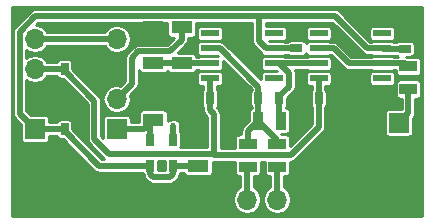
<source format=gbr>
G04 #@! TF.FileFunction,Copper,L1,Top,Signal*
%FSLAX46Y46*%
G04 Gerber Fmt 4.6, Leading zero omitted, Abs format (unit mm)*
G04 Created by KiCad (PCBNEW 4.0.7-e2-6376~60~ubuntu17.10.1) date Wed Nov 22 12:07:43 2017*
%MOMM*%
%LPD*%
G01*
G04 APERTURE LIST*
%ADD10C,0.100000*%
%ADD11R,1.800000X1.070000*%
%ADD12R,0.400000X0.350000*%
%ADD13R,0.670000X1.000000*%
%ADD14R,1.000000X0.670000*%
%ADD15R,1.700000X1.700000*%
%ADD16O,1.700000X1.700000*%
%ADD17R,1.500000X0.970000*%
%ADD18R,0.970000X1.500000*%
%ADD19R,1.550000X0.600000*%
%ADD20R,0.650000X1.060000*%
%ADD21C,0.600000*%
%ADD22C,0.500000*%
%ADD23C,0.254000*%
G04 APERTURE END LIST*
D10*
D11*
X110200000Y-108200000D03*
X110200000Y-105190000D03*
X111600000Y-116900000D03*
X111600000Y-113890000D03*
D12*
X109500000Y-113475000D03*
X109500000Y-112925000D03*
D11*
X107800000Y-113000000D03*
X107800000Y-109990000D03*
D13*
X100285464Y-113800000D03*
X102035464Y-113800000D03*
X100285464Y-108704414D03*
X102035464Y-108704414D03*
X118450000Y-111200000D03*
X116700000Y-111200000D03*
D14*
X129100000Y-105250000D03*
X129100000Y-107000000D03*
D13*
X123550000Y-111200000D03*
X121800000Y-111200000D03*
D14*
X119900000Y-105200000D03*
X119900000Y-106950000D03*
D13*
X114350000Y-111200000D03*
X112600000Y-111200000D03*
D15*
X128600000Y-113260000D03*
D16*
X128600000Y-115800000D03*
D15*
X104700000Y-113780000D03*
D16*
X104700000Y-111240000D03*
X104700000Y-108700000D03*
X104700000Y-106160000D03*
D15*
X113215163Y-119768751D03*
D16*
X115755163Y-119768751D03*
X118295163Y-119768751D03*
D15*
X97785464Y-113784414D03*
D16*
X97785464Y-111244414D03*
X97785464Y-108704414D03*
X97785464Y-106164414D03*
D11*
X107800000Y-105190000D03*
X107800000Y-108200000D03*
D17*
X129400000Y-108500000D03*
X129400000Y-110410000D03*
X118315163Y-116968751D03*
X118315163Y-115058751D03*
X115815163Y-116968751D03*
X115815163Y-115058751D03*
D18*
X116690000Y-113100000D03*
X118600000Y-113100000D03*
D19*
X112600000Y-105695000D03*
X112600000Y-106965000D03*
X112600000Y-108235000D03*
X112600000Y-109505000D03*
X118000000Y-109505000D03*
X118000000Y-108235000D03*
X118000000Y-106965000D03*
X118000000Y-105695000D03*
X121800000Y-105695000D03*
X121800000Y-106965000D03*
X121800000Y-108235000D03*
X121800000Y-109505000D03*
X127200000Y-109505000D03*
X127200000Y-108235000D03*
X127200000Y-106965000D03*
X127200000Y-105695000D03*
D20*
X107550000Y-116900000D03*
X108500000Y-116900000D03*
X109450000Y-116900000D03*
X109450000Y-114700000D03*
X107550000Y-114700000D03*
D21*
X108500000Y-116900000D03*
X119900000Y-105200000D03*
X114350000Y-111200000D03*
X129100000Y-105250000D03*
X123550000Y-111200000D03*
X111600000Y-113890000D03*
X107800000Y-109990000D03*
X107800000Y-105190000D03*
X102035464Y-108704414D03*
X102035464Y-113800000D03*
D22*
X107800000Y-108200000D02*
X110200000Y-108200000D01*
X112600000Y-108235000D02*
X110235000Y-108235000D01*
X110235000Y-108235000D02*
X110200000Y-108200000D01*
X104700000Y-111240000D02*
X106000001Y-109939999D01*
X106000001Y-109939999D02*
X106000001Y-107754997D01*
X106000001Y-107754997D02*
X106539999Y-107214999D01*
X106539999Y-107214999D02*
X109210001Y-107214999D01*
X109210001Y-107214999D02*
X110200000Y-106225000D01*
X110200000Y-106225000D02*
X110200000Y-105190000D01*
X107550000Y-116900000D02*
X107550000Y-117615002D01*
X107550000Y-117615002D02*
X107814999Y-117880001D01*
X107814999Y-117880001D02*
X109185001Y-117880001D01*
X109185001Y-117880001D02*
X109450000Y-117615002D01*
X109450000Y-117615002D02*
X109450000Y-116900000D01*
X118000000Y-106965000D02*
X117384998Y-106965000D01*
X116774999Y-106355001D02*
X116774999Y-104230000D01*
X117384998Y-106965000D02*
X116774999Y-106355001D01*
X116774999Y-104230000D02*
X116800000Y-104204999D01*
X116800000Y-104204999D02*
X97820877Y-104204999D01*
X123164999Y-104204999D02*
X123660000Y-104700000D01*
X117184999Y-104204999D02*
X116800000Y-104204999D01*
X123660000Y-104700000D02*
X123374999Y-104414999D01*
X125925000Y-106965000D02*
X123660000Y-104700000D01*
X116800000Y-104204999D02*
X123164999Y-104204999D01*
X97820877Y-104204999D02*
X96485463Y-105540413D01*
X96485463Y-105540413D02*
X96485463Y-112484413D01*
X96485463Y-112484413D02*
X97785464Y-113784414D01*
X127200000Y-106965000D02*
X125925000Y-106965000D01*
X100285464Y-113800000D02*
X100285464Y-113965000D01*
X100285464Y-113965000D02*
X103220464Y-116900000D01*
X103220464Y-116900000D02*
X106725000Y-116900000D01*
X106725000Y-116900000D02*
X107550000Y-116900000D01*
X97785464Y-113784414D02*
X100269878Y-113784414D01*
X100269878Y-113784414D02*
X100285464Y-113800000D01*
X111600000Y-116900000D02*
X109450000Y-116900000D01*
X129100000Y-107000000D02*
X127235000Y-107000000D01*
X127235000Y-107000000D02*
X127200000Y-106965000D01*
X118000000Y-106965000D02*
X119885000Y-106965000D01*
X119885000Y-106965000D02*
X119900000Y-106950000D01*
X109450000Y-114700000D02*
X109450000Y-113600001D01*
X109450000Y-113600001D02*
X109500000Y-113550001D01*
X104700000Y-113780000D02*
X107020000Y-113780000D01*
X107020000Y-113780000D02*
X107800000Y-113000000D01*
X107550000Y-114700000D02*
X107550000Y-113250000D01*
X107550000Y-113250000D02*
X107800000Y-113000000D01*
X112938754Y-115993752D02*
X112950001Y-115982505D01*
X112950001Y-115982505D02*
X112950001Y-112550001D01*
X112950001Y-112550001D02*
X112600000Y-112200000D01*
X112600000Y-112200000D02*
X112600000Y-111200000D01*
X121800000Y-109505000D02*
X121800000Y-113618916D01*
X102820465Y-111404415D02*
X100285464Y-108869414D01*
X121800000Y-113618916D02*
X119425164Y-115993752D01*
X119425164Y-115993752D02*
X112938754Y-115993752D01*
X112938754Y-115993752D02*
X112860001Y-115914999D01*
X112860001Y-115914999D02*
X104075463Y-115914999D01*
X104075463Y-115914999D02*
X102820465Y-114660001D01*
X102820465Y-114660001D02*
X102820465Y-111404415D01*
X100285464Y-108869414D02*
X100285464Y-108704414D01*
X97785464Y-108704414D02*
X100285464Y-108704414D01*
X112600000Y-111200000D02*
X112600000Y-109505000D01*
X121800000Y-109505000D02*
X121800000Y-111200000D01*
X118450000Y-111200000D02*
X118450000Y-111035000D01*
X118450000Y-111035000D02*
X119285000Y-110200000D01*
X119285000Y-110200000D02*
X119285000Y-109045000D01*
X119285000Y-109045000D02*
X118475000Y-108235000D01*
X118475000Y-108235000D02*
X118000000Y-108235000D01*
X118450000Y-111200000D02*
X118450000Y-112950000D01*
X118450000Y-112950000D02*
X118600000Y-113100000D01*
X118000000Y-108235000D02*
X121800000Y-108235000D01*
X115815163Y-115058751D02*
X115815163Y-113974837D01*
X115815163Y-113974837D02*
X116690000Y-113100000D01*
X118315163Y-115058751D02*
X118315163Y-114725163D01*
X118315163Y-114725163D02*
X116690000Y-113100000D01*
X116700000Y-111200000D02*
X116700000Y-110200000D01*
X116700000Y-110200000D02*
X113465000Y-106965000D01*
X113465000Y-106965000D02*
X112600000Y-106965000D01*
X116700000Y-111200000D02*
X116700000Y-113090000D01*
X116700000Y-113090000D02*
X116690000Y-113100000D01*
X129400000Y-110410000D02*
X129400000Y-112460000D01*
X129400000Y-112460000D02*
X128600000Y-113260000D01*
X97785464Y-106164414D02*
X104695586Y-106164414D01*
X104695586Y-106164414D02*
X104700000Y-106160000D01*
X97795464Y-106154414D02*
X97785464Y-106164414D01*
X115755163Y-119768751D02*
X115755163Y-117028751D01*
X115755163Y-117028751D02*
X115815163Y-116968751D01*
X118295163Y-119768751D02*
X118295163Y-116988751D01*
X118295163Y-116988751D02*
X118315163Y-116968751D01*
X127200000Y-108235000D02*
X129135000Y-108235000D01*
X129135000Y-108235000D02*
X129400000Y-108500000D01*
X121800000Y-106965000D02*
X123075000Y-106965000D01*
X123075000Y-106965000D02*
X124345000Y-108235000D01*
X125925000Y-108235000D02*
X127200000Y-108235000D01*
X124345000Y-108235000D02*
X125925000Y-108235000D01*
D23*
G36*
X130573000Y-121173000D02*
X95827000Y-121173000D01*
X95827000Y-105540413D01*
X95908462Y-105540413D01*
X95908463Y-105540418D01*
X95908463Y-112484408D01*
X95908462Y-112484413D01*
X95952385Y-112705221D01*
X96077462Y-112892414D01*
X96602058Y-113417010D01*
X96602058Y-114634414D01*
X96624859Y-114755593D01*
X96696476Y-114866888D01*
X96805750Y-114941552D01*
X96935464Y-114967820D01*
X98635464Y-114967820D01*
X98756643Y-114945019D01*
X98867938Y-114873402D01*
X98942602Y-114764128D01*
X98968870Y-114634414D01*
X98968870Y-114361414D01*
X99628614Y-114361414D01*
X99639859Y-114421179D01*
X99711476Y-114532474D01*
X99820750Y-114607138D01*
X99950464Y-114633406D01*
X100137868Y-114633406D01*
X102812461Y-117307998D01*
X102812463Y-117308001D01*
X102945290Y-117396752D01*
X102999656Y-117433078D01*
X103220464Y-117477001D01*
X103220469Y-117477000D01*
X106900438Y-117477000D01*
X106914395Y-117551179D01*
X106980845Y-117654444D01*
X107016922Y-117835810D01*
X107141999Y-118023003D01*
X107406996Y-118287999D01*
X107406998Y-118288002D01*
X107594191Y-118413079D01*
X107814999Y-118457001D01*
X109184996Y-118457001D01*
X109185001Y-118457002D01*
X109405809Y-118413079D01*
X109593002Y-118288002D01*
X109857998Y-118023005D01*
X109858001Y-118023003D01*
X109983078Y-117835810D01*
X110019870Y-117650846D01*
X110082138Y-117559714D01*
X110098888Y-117477000D01*
X110374497Y-117477000D01*
X110389395Y-117556179D01*
X110461012Y-117667474D01*
X110570286Y-117742138D01*
X110700000Y-117768406D01*
X112500000Y-117768406D01*
X112621179Y-117745605D01*
X112732474Y-117673988D01*
X112807138Y-117564714D01*
X112833406Y-117435000D01*
X112833406Y-116549797D01*
X112938754Y-116570753D01*
X112938759Y-116570752D01*
X114731757Y-116570752D01*
X114731757Y-117453751D01*
X114754558Y-117574930D01*
X114826175Y-117686225D01*
X114935449Y-117760889D01*
X115065163Y-117787157D01*
X115178163Y-117787157D01*
X115178163Y-118742865D01*
X114922898Y-118913427D01*
X114667757Y-119295274D01*
X114578163Y-119745692D01*
X114578163Y-119791810D01*
X114667757Y-120242228D01*
X114922898Y-120624075D01*
X115304745Y-120879216D01*
X115755163Y-120968810D01*
X116205581Y-120879216D01*
X116587428Y-120624075D01*
X116842569Y-120242228D01*
X116932163Y-119791810D01*
X116932163Y-119745692D01*
X116842569Y-119295274D01*
X116587428Y-118913427D01*
X116332163Y-118742865D01*
X116332163Y-117787157D01*
X116565163Y-117787157D01*
X116686342Y-117764356D01*
X116797637Y-117692739D01*
X116872301Y-117583465D01*
X116898569Y-117453751D01*
X116898569Y-116570752D01*
X117231757Y-116570752D01*
X117231757Y-117453751D01*
X117254558Y-117574930D01*
X117326175Y-117686225D01*
X117435449Y-117760889D01*
X117565163Y-117787157D01*
X117718163Y-117787157D01*
X117718163Y-118742865D01*
X117462898Y-118913427D01*
X117207757Y-119295274D01*
X117118163Y-119745692D01*
X117118163Y-119791810D01*
X117207757Y-120242228D01*
X117462898Y-120624075D01*
X117844745Y-120879216D01*
X118295163Y-120968810D01*
X118745581Y-120879216D01*
X119127428Y-120624075D01*
X119382569Y-120242228D01*
X119472163Y-119791810D01*
X119472163Y-119745692D01*
X119382569Y-119295274D01*
X119127428Y-118913427D01*
X118872163Y-118742865D01*
X118872163Y-117787157D01*
X119065163Y-117787157D01*
X119186342Y-117764356D01*
X119297637Y-117692739D01*
X119372301Y-117583465D01*
X119398569Y-117453751D01*
X119398569Y-116570752D01*
X119425159Y-116570752D01*
X119425164Y-116570753D01*
X119645972Y-116526830D01*
X119833165Y-116401753D01*
X122207998Y-114026919D01*
X122208001Y-114026917D01*
X122333078Y-113839724D01*
X122377000Y-113618916D01*
X122377000Y-112410000D01*
X127416594Y-112410000D01*
X127416594Y-114110000D01*
X127439395Y-114231179D01*
X127511012Y-114342474D01*
X127620286Y-114417138D01*
X127750000Y-114443406D01*
X129450000Y-114443406D01*
X129571179Y-114420605D01*
X129682474Y-114348988D01*
X129757138Y-114239714D01*
X129783406Y-114110000D01*
X129783406Y-112892596D01*
X129808001Y-112868001D01*
X129933078Y-112680808D01*
X129977001Y-112460000D01*
X129977000Y-112459995D01*
X129977000Y-111228406D01*
X130150000Y-111228406D01*
X130271179Y-111205605D01*
X130382474Y-111133988D01*
X130457138Y-111024714D01*
X130483406Y-110895000D01*
X130483406Y-109925000D01*
X130460605Y-109803821D01*
X130388988Y-109692526D01*
X130279714Y-109617862D01*
X130150000Y-109591594D01*
X128650000Y-109591594D01*
X128528821Y-109614395D01*
X128417526Y-109686012D01*
X128342862Y-109795286D01*
X128316594Y-109925000D01*
X128316594Y-110895000D01*
X128339395Y-111016179D01*
X128411012Y-111127474D01*
X128520286Y-111202138D01*
X128650000Y-111228406D01*
X128823000Y-111228406D01*
X128823000Y-112076594D01*
X127750000Y-112076594D01*
X127628821Y-112099395D01*
X127517526Y-112171012D01*
X127442862Y-112280286D01*
X127416594Y-112410000D01*
X122377000Y-112410000D01*
X122377000Y-111925046D01*
X122442138Y-111829714D01*
X122468406Y-111700000D01*
X122468406Y-110700000D01*
X122445605Y-110578821D01*
X122377000Y-110472207D01*
X122377000Y-110138406D01*
X122575000Y-110138406D01*
X122696179Y-110115605D01*
X122807474Y-110043988D01*
X122882138Y-109934714D01*
X122908406Y-109805000D01*
X122908406Y-109205000D01*
X126091594Y-109205000D01*
X126091594Y-109805000D01*
X126114395Y-109926179D01*
X126186012Y-110037474D01*
X126295286Y-110112138D01*
X126425000Y-110138406D01*
X127975000Y-110138406D01*
X128096179Y-110115605D01*
X128207474Y-110043988D01*
X128282138Y-109934714D01*
X128308406Y-109805000D01*
X128308406Y-109205000D01*
X128285605Y-109083821D01*
X128213988Y-108972526D01*
X128104714Y-108897862D01*
X127975000Y-108871594D01*
X126425000Y-108871594D01*
X126303821Y-108894395D01*
X126192526Y-108966012D01*
X126117862Y-109075286D01*
X126091594Y-109205000D01*
X122908406Y-109205000D01*
X122885605Y-109083821D01*
X122813988Y-108972526D01*
X122704714Y-108897862D01*
X122575000Y-108871594D01*
X121025000Y-108871594D01*
X120903821Y-108894395D01*
X120792526Y-108966012D01*
X120717862Y-109075286D01*
X120691594Y-109205000D01*
X120691594Y-109805000D01*
X120714395Y-109926179D01*
X120786012Y-110037474D01*
X120895286Y-110112138D01*
X121025000Y-110138406D01*
X121223000Y-110138406D01*
X121223000Y-110474954D01*
X121157862Y-110570286D01*
X121131594Y-110700000D01*
X121131594Y-111700000D01*
X121154395Y-111821179D01*
X121223000Y-111927793D01*
X121223000Y-113379915D01*
X119398569Y-115204345D01*
X119398569Y-114573751D01*
X119375768Y-114452572D01*
X119304151Y-114341277D01*
X119194877Y-114266613D01*
X119065163Y-114240345D01*
X118646346Y-114240345D01*
X118589407Y-114183406D01*
X119085000Y-114183406D01*
X119206179Y-114160605D01*
X119317474Y-114088988D01*
X119392138Y-113979714D01*
X119418406Y-113850000D01*
X119418406Y-112350000D01*
X119395605Y-112228821D01*
X119323988Y-112117526D01*
X119214714Y-112042862D01*
X119085000Y-112016594D01*
X119027000Y-112016594D01*
X119027000Y-111925046D01*
X119092138Y-111829714D01*
X119118406Y-111700000D01*
X119118406Y-111182596D01*
X119692998Y-110608003D01*
X119693001Y-110608001D01*
X119818078Y-110420808D01*
X119862000Y-110200000D01*
X119862000Y-109045005D01*
X119862001Y-109045000D01*
X119818078Y-108824192D01*
X119809932Y-108812000D01*
X120851178Y-108812000D01*
X120895286Y-108842138D01*
X121025000Y-108868406D01*
X122575000Y-108868406D01*
X122696179Y-108845605D01*
X122807474Y-108773988D01*
X122882138Y-108664714D01*
X122908406Y-108535000D01*
X122908406Y-107935000D01*
X122885605Y-107813821D01*
X122813988Y-107702526D01*
X122704714Y-107627862D01*
X122575000Y-107601594D01*
X121025000Y-107601594D01*
X120903821Y-107624395D01*
X120851598Y-107658000D01*
X118948822Y-107658000D01*
X118904714Y-107627862D01*
X118775000Y-107601594D01*
X117225000Y-107601594D01*
X117103821Y-107624395D01*
X116992526Y-107696012D01*
X116917862Y-107805286D01*
X116891594Y-107935000D01*
X116891594Y-108535000D01*
X116914395Y-108656179D01*
X116986012Y-108767474D01*
X117095286Y-108842138D01*
X117225000Y-108868406D01*
X118292404Y-108868406D01*
X118295592Y-108871594D01*
X117225000Y-108871594D01*
X117103821Y-108894395D01*
X116992526Y-108966012D01*
X116917862Y-109075286D01*
X116891594Y-109205000D01*
X116891594Y-109575592D01*
X113873001Y-106556999D01*
X113685808Y-106431922D01*
X113583245Y-106411520D01*
X113504714Y-106357862D01*
X113375000Y-106331594D01*
X111825000Y-106331594D01*
X111703821Y-106354395D01*
X111592526Y-106426012D01*
X111517862Y-106535286D01*
X111491594Y-106665000D01*
X111491594Y-107265000D01*
X111514395Y-107386179D01*
X111586012Y-107497474D01*
X111695286Y-107572138D01*
X111825000Y-107598406D01*
X113282404Y-107598406D01*
X113285592Y-107601594D01*
X111825000Y-107601594D01*
X111703821Y-107624395D01*
X111651598Y-107658000D01*
X111432089Y-107658000D01*
X111410605Y-107543821D01*
X111338988Y-107432526D01*
X111229714Y-107357862D01*
X111100000Y-107331594D01*
X109909408Y-107331594D01*
X110608001Y-106633001D01*
X110733078Y-106445808D01*
X110777001Y-106225000D01*
X110777000Y-106224995D01*
X110777000Y-106058406D01*
X111100000Y-106058406D01*
X111221179Y-106035605D01*
X111332474Y-105963988D01*
X111407138Y-105854714D01*
X111433406Y-105725000D01*
X111433406Y-105395000D01*
X111491594Y-105395000D01*
X111491594Y-105995000D01*
X111514395Y-106116179D01*
X111586012Y-106227474D01*
X111695286Y-106302138D01*
X111825000Y-106328406D01*
X113375000Y-106328406D01*
X113496179Y-106305605D01*
X113607474Y-106233988D01*
X113682138Y-106124714D01*
X113708406Y-105995000D01*
X113708406Y-105395000D01*
X113685605Y-105273821D01*
X113613988Y-105162526D01*
X113504714Y-105087862D01*
X113375000Y-105061594D01*
X111825000Y-105061594D01*
X111703821Y-105084395D01*
X111592526Y-105156012D01*
X111517862Y-105265286D01*
X111491594Y-105395000D01*
X111433406Y-105395000D01*
X111433406Y-104781999D01*
X116197999Y-104781999D01*
X116197999Y-106354996D01*
X116197998Y-106355001D01*
X116241921Y-106575809D01*
X116366998Y-106763002D01*
X116896832Y-107292836D01*
X116914395Y-107386179D01*
X116986012Y-107497474D01*
X117095286Y-107572138D01*
X117225000Y-107598406D01*
X118775000Y-107598406D01*
X118896179Y-107575605D01*
X118948402Y-107542000D01*
X119196907Y-107542000D01*
X119270286Y-107592138D01*
X119400000Y-107618406D01*
X120400000Y-107618406D01*
X120521179Y-107595605D01*
X120632474Y-107523988D01*
X120707138Y-107414714D01*
X120713683Y-107382395D01*
X120714395Y-107386179D01*
X120786012Y-107497474D01*
X120895286Y-107572138D01*
X121025000Y-107598406D01*
X122575000Y-107598406D01*
X122696179Y-107575605D01*
X122748402Y-107542000D01*
X122835998Y-107542000D01*
X123936997Y-108642998D01*
X123936999Y-108643001D01*
X124074687Y-108735000D01*
X124124192Y-108768078D01*
X124345000Y-108812000D01*
X126251178Y-108812000D01*
X126295286Y-108842138D01*
X126425000Y-108868406D01*
X127975000Y-108868406D01*
X128096179Y-108845605D01*
X128148402Y-108812000D01*
X128316594Y-108812000D01*
X128316594Y-108985000D01*
X128339395Y-109106179D01*
X128411012Y-109217474D01*
X128520286Y-109292138D01*
X128650000Y-109318406D01*
X130150000Y-109318406D01*
X130271179Y-109295605D01*
X130382474Y-109223988D01*
X130457138Y-109114714D01*
X130483406Y-108985000D01*
X130483406Y-108015000D01*
X130460605Y-107893821D01*
X130388988Y-107782526D01*
X130279714Y-107707862D01*
X130150000Y-107681594D01*
X129253616Y-107681594D01*
X129187318Y-107668406D01*
X129600000Y-107668406D01*
X129721179Y-107645605D01*
X129832474Y-107573988D01*
X129907138Y-107464714D01*
X129933406Y-107335000D01*
X129933406Y-106665000D01*
X129910605Y-106543821D01*
X129838988Y-106432526D01*
X129729714Y-106357862D01*
X129600000Y-106331594D01*
X128600000Y-106331594D01*
X128478821Y-106354395D01*
X128372207Y-106423000D01*
X128200046Y-106423000D01*
X128104714Y-106357862D01*
X127975000Y-106331594D01*
X126425000Y-106331594D01*
X126303821Y-106354395D01*
X126251598Y-106388000D01*
X126164001Y-106388000D01*
X125171002Y-105395000D01*
X126091594Y-105395000D01*
X126091594Y-105995000D01*
X126114395Y-106116179D01*
X126186012Y-106227474D01*
X126295286Y-106302138D01*
X126425000Y-106328406D01*
X127975000Y-106328406D01*
X128096179Y-106305605D01*
X128207474Y-106233988D01*
X128282138Y-106124714D01*
X128308406Y-105995000D01*
X128308406Y-105395000D01*
X128285605Y-105273821D01*
X128213988Y-105162526D01*
X128104714Y-105087862D01*
X127975000Y-105061594D01*
X126425000Y-105061594D01*
X126303821Y-105084395D01*
X126192526Y-105156012D01*
X126117862Y-105265286D01*
X126091594Y-105395000D01*
X125171002Y-105395000D01*
X124068001Y-104291999D01*
X123573000Y-103796998D01*
X123385807Y-103671921D01*
X123164999Y-103627998D01*
X123164994Y-103627999D01*
X116800005Y-103627999D01*
X116800000Y-103627998D01*
X116799995Y-103627999D01*
X97820882Y-103627999D01*
X97820877Y-103627998D01*
X97600069Y-103671921D01*
X97412876Y-103796998D01*
X97412874Y-103797001D01*
X96077462Y-105132412D01*
X95952385Y-105319605D01*
X95908462Y-105540413D01*
X95827000Y-105540413D01*
X95827000Y-103427000D01*
X130573000Y-103427000D01*
X130573000Y-121173000D01*
X130573000Y-121173000D01*
G37*
X130573000Y-121173000D02*
X95827000Y-121173000D01*
X95827000Y-105540413D01*
X95908462Y-105540413D01*
X95908463Y-105540418D01*
X95908463Y-112484408D01*
X95908462Y-112484413D01*
X95952385Y-112705221D01*
X96077462Y-112892414D01*
X96602058Y-113417010D01*
X96602058Y-114634414D01*
X96624859Y-114755593D01*
X96696476Y-114866888D01*
X96805750Y-114941552D01*
X96935464Y-114967820D01*
X98635464Y-114967820D01*
X98756643Y-114945019D01*
X98867938Y-114873402D01*
X98942602Y-114764128D01*
X98968870Y-114634414D01*
X98968870Y-114361414D01*
X99628614Y-114361414D01*
X99639859Y-114421179D01*
X99711476Y-114532474D01*
X99820750Y-114607138D01*
X99950464Y-114633406D01*
X100137868Y-114633406D01*
X102812461Y-117307998D01*
X102812463Y-117308001D01*
X102945290Y-117396752D01*
X102999656Y-117433078D01*
X103220464Y-117477001D01*
X103220469Y-117477000D01*
X106900438Y-117477000D01*
X106914395Y-117551179D01*
X106980845Y-117654444D01*
X107016922Y-117835810D01*
X107141999Y-118023003D01*
X107406996Y-118287999D01*
X107406998Y-118288002D01*
X107594191Y-118413079D01*
X107814999Y-118457001D01*
X109184996Y-118457001D01*
X109185001Y-118457002D01*
X109405809Y-118413079D01*
X109593002Y-118288002D01*
X109857998Y-118023005D01*
X109858001Y-118023003D01*
X109983078Y-117835810D01*
X110019870Y-117650846D01*
X110082138Y-117559714D01*
X110098888Y-117477000D01*
X110374497Y-117477000D01*
X110389395Y-117556179D01*
X110461012Y-117667474D01*
X110570286Y-117742138D01*
X110700000Y-117768406D01*
X112500000Y-117768406D01*
X112621179Y-117745605D01*
X112732474Y-117673988D01*
X112807138Y-117564714D01*
X112833406Y-117435000D01*
X112833406Y-116549797D01*
X112938754Y-116570753D01*
X112938759Y-116570752D01*
X114731757Y-116570752D01*
X114731757Y-117453751D01*
X114754558Y-117574930D01*
X114826175Y-117686225D01*
X114935449Y-117760889D01*
X115065163Y-117787157D01*
X115178163Y-117787157D01*
X115178163Y-118742865D01*
X114922898Y-118913427D01*
X114667757Y-119295274D01*
X114578163Y-119745692D01*
X114578163Y-119791810D01*
X114667757Y-120242228D01*
X114922898Y-120624075D01*
X115304745Y-120879216D01*
X115755163Y-120968810D01*
X116205581Y-120879216D01*
X116587428Y-120624075D01*
X116842569Y-120242228D01*
X116932163Y-119791810D01*
X116932163Y-119745692D01*
X116842569Y-119295274D01*
X116587428Y-118913427D01*
X116332163Y-118742865D01*
X116332163Y-117787157D01*
X116565163Y-117787157D01*
X116686342Y-117764356D01*
X116797637Y-117692739D01*
X116872301Y-117583465D01*
X116898569Y-117453751D01*
X116898569Y-116570752D01*
X117231757Y-116570752D01*
X117231757Y-117453751D01*
X117254558Y-117574930D01*
X117326175Y-117686225D01*
X117435449Y-117760889D01*
X117565163Y-117787157D01*
X117718163Y-117787157D01*
X117718163Y-118742865D01*
X117462898Y-118913427D01*
X117207757Y-119295274D01*
X117118163Y-119745692D01*
X117118163Y-119791810D01*
X117207757Y-120242228D01*
X117462898Y-120624075D01*
X117844745Y-120879216D01*
X118295163Y-120968810D01*
X118745581Y-120879216D01*
X119127428Y-120624075D01*
X119382569Y-120242228D01*
X119472163Y-119791810D01*
X119472163Y-119745692D01*
X119382569Y-119295274D01*
X119127428Y-118913427D01*
X118872163Y-118742865D01*
X118872163Y-117787157D01*
X119065163Y-117787157D01*
X119186342Y-117764356D01*
X119297637Y-117692739D01*
X119372301Y-117583465D01*
X119398569Y-117453751D01*
X119398569Y-116570752D01*
X119425159Y-116570752D01*
X119425164Y-116570753D01*
X119645972Y-116526830D01*
X119833165Y-116401753D01*
X122207998Y-114026919D01*
X122208001Y-114026917D01*
X122333078Y-113839724D01*
X122377000Y-113618916D01*
X122377000Y-112410000D01*
X127416594Y-112410000D01*
X127416594Y-114110000D01*
X127439395Y-114231179D01*
X127511012Y-114342474D01*
X127620286Y-114417138D01*
X127750000Y-114443406D01*
X129450000Y-114443406D01*
X129571179Y-114420605D01*
X129682474Y-114348988D01*
X129757138Y-114239714D01*
X129783406Y-114110000D01*
X129783406Y-112892596D01*
X129808001Y-112868001D01*
X129933078Y-112680808D01*
X129977001Y-112460000D01*
X129977000Y-112459995D01*
X129977000Y-111228406D01*
X130150000Y-111228406D01*
X130271179Y-111205605D01*
X130382474Y-111133988D01*
X130457138Y-111024714D01*
X130483406Y-110895000D01*
X130483406Y-109925000D01*
X130460605Y-109803821D01*
X130388988Y-109692526D01*
X130279714Y-109617862D01*
X130150000Y-109591594D01*
X128650000Y-109591594D01*
X128528821Y-109614395D01*
X128417526Y-109686012D01*
X128342862Y-109795286D01*
X128316594Y-109925000D01*
X128316594Y-110895000D01*
X128339395Y-111016179D01*
X128411012Y-111127474D01*
X128520286Y-111202138D01*
X128650000Y-111228406D01*
X128823000Y-111228406D01*
X128823000Y-112076594D01*
X127750000Y-112076594D01*
X127628821Y-112099395D01*
X127517526Y-112171012D01*
X127442862Y-112280286D01*
X127416594Y-112410000D01*
X122377000Y-112410000D01*
X122377000Y-111925046D01*
X122442138Y-111829714D01*
X122468406Y-111700000D01*
X122468406Y-110700000D01*
X122445605Y-110578821D01*
X122377000Y-110472207D01*
X122377000Y-110138406D01*
X122575000Y-110138406D01*
X122696179Y-110115605D01*
X122807474Y-110043988D01*
X122882138Y-109934714D01*
X122908406Y-109805000D01*
X122908406Y-109205000D01*
X126091594Y-109205000D01*
X126091594Y-109805000D01*
X126114395Y-109926179D01*
X126186012Y-110037474D01*
X126295286Y-110112138D01*
X126425000Y-110138406D01*
X127975000Y-110138406D01*
X128096179Y-110115605D01*
X128207474Y-110043988D01*
X128282138Y-109934714D01*
X128308406Y-109805000D01*
X128308406Y-109205000D01*
X128285605Y-109083821D01*
X128213988Y-108972526D01*
X128104714Y-108897862D01*
X127975000Y-108871594D01*
X126425000Y-108871594D01*
X126303821Y-108894395D01*
X126192526Y-108966012D01*
X126117862Y-109075286D01*
X126091594Y-109205000D01*
X122908406Y-109205000D01*
X122885605Y-109083821D01*
X122813988Y-108972526D01*
X122704714Y-108897862D01*
X122575000Y-108871594D01*
X121025000Y-108871594D01*
X120903821Y-108894395D01*
X120792526Y-108966012D01*
X120717862Y-109075286D01*
X120691594Y-109205000D01*
X120691594Y-109805000D01*
X120714395Y-109926179D01*
X120786012Y-110037474D01*
X120895286Y-110112138D01*
X121025000Y-110138406D01*
X121223000Y-110138406D01*
X121223000Y-110474954D01*
X121157862Y-110570286D01*
X121131594Y-110700000D01*
X121131594Y-111700000D01*
X121154395Y-111821179D01*
X121223000Y-111927793D01*
X121223000Y-113379915D01*
X119398569Y-115204345D01*
X119398569Y-114573751D01*
X119375768Y-114452572D01*
X119304151Y-114341277D01*
X119194877Y-114266613D01*
X119065163Y-114240345D01*
X118646346Y-114240345D01*
X118589407Y-114183406D01*
X119085000Y-114183406D01*
X119206179Y-114160605D01*
X119317474Y-114088988D01*
X119392138Y-113979714D01*
X119418406Y-113850000D01*
X119418406Y-112350000D01*
X119395605Y-112228821D01*
X119323988Y-112117526D01*
X119214714Y-112042862D01*
X119085000Y-112016594D01*
X119027000Y-112016594D01*
X119027000Y-111925046D01*
X119092138Y-111829714D01*
X119118406Y-111700000D01*
X119118406Y-111182596D01*
X119692998Y-110608003D01*
X119693001Y-110608001D01*
X119818078Y-110420808D01*
X119862000Y-110200000D01*
X119862000Y-109045005D01*
X119862001Y-109045000D01*
X119818078Y-108824192D01*
X119809932Y-108812000D01*
X120851178Y-108812000D01*
X120895286Y-108842138D01*
X121025000Y-108868406D01*
X122575000Y-108868406D01*
X122696179Y-108845605D01*
X122807474Y-108773988D01*
X122882138Y-108664714D01*
X122908406Y-108535000D01*
X122908406Y-107935000D01*
X122885605Y-107813821D01*
X122813988Y-107702526D01*
X122704714Y-107627862D01*
X122575000Y-107601594D01*
X121025000Y-107601594D01*
X120903821Y-107624395D01*
X120851598Y-107658000D01*
X118948822Y-107658000D01*
X118904714Y-107627862D01*
X118775000Y-107601594D01*
X117225000Y-107601594D01*
X117103821Y-107624395D01*
X116992526Y-107696012D01*
X116917862Y-107805286D01*
X116891594Y-107935000D01*
X116891594Y-108535000D01*
X116914395Y-108656179D01*
X116986012Y-108767474D01*
X117095286Y-108842138D01*
X117225000Y-108868406D01*
X118292404Y-108868406D01*
X118295592Y-108871594D01*
X117225000Y-108871594D01*
X117103821Y-108894395D01*
X116992526Y-108966012D01*
X116917862Y-109075286D01*
X116891594Y-109205000D01*
X116891594Y-109575592D01*
X113873001Y-106556999D01*
X113685808Y-106431922D01*
X113583245Y-106411520D01*
X113504714Y-106357862D01*
X113375000Y-106331594D01*
X111825000Y-106331594D01*
X111703821Y-106354395D01*
X111592526Y-106426012D01*
X111517862Y-106535286D01*
X111491594Y-106665000D01*
X111491594Y-107265000D01*
X111514395Y-107386179D01*
X111586012Y-107497474D01*
X111695286Y-107572138D01*
X111825000Y-107598406D01*
X113282404Y-107598406D01*
X113285592Y-107601594D01*
X111825000Y-107601594D01*
X111703821Y-107624395D01*
X111651598Y-107658000D01*
X111432089Y-107658000D01*
X111410605Y-107543821D01*
X111338988Y-107432526D01*
X111229714Y-107357862D01*
X111100000Y-107331594D01*
X109909408Y-107331594D01*
X110608001Y-106633001D01*
X110733078Y-106445808D01*
X110777001Y-106225000D01*
X110777000Y-106224995D01*
X110777000Y-106058406D01*
X111100000Y-106058406D01*
X111221179Y-106035605D01*
X111332474Y-105963988D01*
X111407138Y-105854714D01*
X111433406Y-105725000D01*
X111433406Y-105395000D01*
X111491594Y-105395000D01*
X111491594Y-105995000D01*
X111514395Y-106116179D01*
X111586012Y-106227474D01*
X111695286Y-106302138D01*
X111825000Y-106328406D01*
X113375000Y-106328406D01*
X113496179Y-106305605D01*
X113607474Y-106233988D01*
X113682138Y-106124714D01*
X113708406Y-105995000D01*
X113708406Y-105395000D01*
X113685605Y-105273821D01*
X113613988Y-105162526D01*
X113504714Y-105087862D01*
X113375000Y-105061594D01*
X111825000Y-105061594D01*
X111703821Y-105084395D01*
X111592526Y-105156012D01*
X111517862Y-105265286D01*
X111491594Y-105395000D01*
X111433406Y-105395000D01*
X111433406Y-104781999D01*
X116197999Y-104781999D01*
X116197999Y-106354996D01*
X116197998Y-106355001D01*
X116241921Y-106575809D01*
X116366998Y-106763002D01*
X116896832Y-107292836D01*
X116914395Y-107386179D01*
X116986012Y-107497474D01*
X117095286Y-107572138D01*
X117225000Y-107598406D01*
X118775000Y-107598406D01*
X118896179Y-107575605D01*
X118948402Y-107542000D01*
X119196907Y-107542000D01*
X119270286Y-107592138D01*
X119400000Y-107618406D01*
X120400000Y-107618406D01*
X120521179Y-107595605D01*
X120632474Y-107523988D01*
X120707138Y-107414714D01*
X120713683Y-107382395D01*
X120714395Y-107386179D01*
X120786012Y-107497474D01*
X120895286Y-107572138D01*
X121025000Y-107598406D01*
X122575000Y-107598406D01*
X122696179Y-107575605D01*
X122748402Y-107542000D01*
X122835998Y-107542000D01*
X123936997Y-108642998D01*
X123936999Y-108643001D01*
X124074687Y-108735000D01*
X124124192Y-108768078D01*
X124345000Y-108812000D01*
X126251178Y-108812000D01*
X126295286Y-108842138D01*
X126425000Y-108868406D01*
X127975000Y-108868406D01*
X128096179Y-108845605D01*
X128148402Y-108812000D01*
X128316594Y-108812000D01*
X128316594Y-108985000D01*
X128339395Y-109106179D01*
X128411012Y-109217474D01*
X128520286Y-109292138D01*
X128650000Y-109318406D01*
X130150000Y-109318406D01*
X130271179Y-109295605D01*
X130382474Y-109223988D01*
X130457138Y-109114714D01*
X130483406Y-108985000D01*
X130483406Y-108015000D01*
X130460605Y-107893821D01*
X130388988Y-107782526D01*
X130279714Y-107707862D01*
X130150000Y-107681594D01*
X129253616Y-107681594D01*
X129187318Y-107668406D01*
X129600000Y-107668406D01*
X129721179Y-107645605D01*
X129832474Y-107573988D01*
X129907138Y-107464714D01*
X129933406Y-107335000D01*
X129933406Y-106665000D01*
X129910605Y-106543821D01*
X129838988Y-106432526D01*
X129729714Y-106357862D01*
X129600000Y-106331594D01*
X128600000Y-106331594D01*
X128478821Y-106354395D01*
X128372207Y-106423000D01*
X128200046Y-106423000D01*
X128104714Y-106357862D01*
X127975000Y-106331594D01*
X126425000Y-106331594D01*
X126303821Y-106354395D01*
X126251598Y-106388000D01*
X126164001Y-106388000D01*
X125171002Y-105395000D01*
X126091594Y-105395000D01*
X126091594Y-105995000D01*
X126114395Y-106116179D01*
X126186012Y-106227474D01*
X126295286Y-106302138D01*
X126425000Y-106328406D01*
X127975000Y-106328406D01*
X128096179Y-106305605D01*
X128207474Y-106233988D01*
X128282138Y-106124714D01*
X128308406Y-105995000D01*
X128308406Y-105395000D01*
X128285605Y-105273821D01*
X128213988Y-105162526D01*
X128104714Y-105087862D01*
X127975000Y-105061594D01*
X126425000Y-105061594D01*
X126303821Y-105084395D01*
X126192526Y-105156012D01*
X126117862Y-105265286D01*
X126091594Y-105395000D01*
X125171002Y-105395000D01*
X124068001Y-104291999D01*
X123573000Y-103796998D01*
X123385807Y-103671921D01*
X123164999Y-103627998D01*
X123164994Y-103627999D01*
X116800005Y-103627999D01*
X116800000Y-103627998D01*
X116799995Y-103627999D01*
X97820882Y-103627999D01*
X97820877Y-103627998D01*
X97600069Y-103671921D01*
X97412876Y-103796998D01*
X97412874Y-103797001D01*
X96077462Y-105132412D01*
X95952385Y-105319605D01*
X95908462Y-105540413D01*
X95827000Y-105540413D01*
X95827000Y-103427000D01*
X130573000Y-103427000D01*
X130573000Y-121173000D01*
G36*
X108791594Y-117303001D02*
X108208406Y-117303001D01*
X108208406Y-116491999D01*
X108791594Y-116491999D01*
X108791594Y-117303001D01*
X108791594Y-117303001D01*
G37*
X108791594Y-117303001D02*
X108208406Y-117303001D01*
X108208406Y-116491999D01*
X108791594Y-116491999D01*
X108791594Y-117303001D01*
G36*
X99639859Y-109325593D02*
X99711476Y-109436888D01*
X99820750Y-109511552D01*
X99950464Y-109537820D01*
X100137868Y-109537820D01*
X102243465Y-111643416D01*
X102243465Y-114659996D01*
X102243464Y-114660001D01*
X102287387Y-114880809D01*
X102412464Y-115068002D01*
X103667460Y-116322997D01*
X103667462Y-116323000D01*
X103459465Y-116323000D01*
X100953870Y-113817404D01*
X100953870Y-113300000D01*
X100931069Y-113178821D01*
X100859452Y-113067526D01*
X100750178Y-112992862D01*
X100620464Y-112966594D01*
X99950464Y-112966594D01*
X99829285Y-112989395D01*
X99717990Y-113061012D01*
X99643326Y-113170286D01*
X99635807Y-113207414D01*
X98968870Y-113207414D01*
X98968870Y-112934414D01*
X98946069Y-112813235D01*
X98874452Y-112701940D01*
X98765178Y-112627276D01*
X98635464Y-112601008D01*
X97418060Y-112601008D01*
X97062463Y-112245411D01*
X97062463Y-109625094D01*
X97311987Y-109791820D01*
X97762405Y-109881414D01*
X97808523Y-109881414D01*
X98258941Y-109791820D01*
X98640788Y-109536679D01*
X98811350Y-109281414D01*
X99631546Y-109281414D01*
X99639859Y-109325593D01*
X99639859Y-109325593D01*
G37*
X99639859Y-109325593D02*
X99711476Y-109436888D01*
X99820750Y-109511552D01*
X99950464Y-109537820D01*
X100137868Y-109537820D01*
X102243465Y-111643416D01*
X102243465Y-114659996D01*
X102243464Y-114660001D01*
X102287387Y-114880809D01*
X102412464Y-115068002D01*
X103667460Y-116322997D01*
X103667462Y-116323000D01*
X103459465Y-116323000D01*
X100953870Y-113817404D01*
X100953870Y-113300000D01*
X100931069Y-113178821D01*
X100859452Y-113067526D01*
X100750178Y-112992862D01*
X100620464Y-112966594D01*
X99950464Y-112966594D01*
X99829285Y-112989395D01*
X99717990Y-113061012D01*
X99643326Y-113170286D01*
X99635807Y-113207414D01*
X98968870Y-113207414D01*
X98968870Y-112934414D01*
X98946069Y-112813235D01*
X98874452Y-112701940D01*
X98765178Y-112627276D01*
X98635464Y-112601008D01*
X97418060Y-112601008D01*
X97062463Y-112245411D01*
X97062463Y-109625094D01*
X97311987Y-109791820D01*
X97762405Y-109881414D01*
X97808523Y-109881414D01*
X98258941Y-109791820D01*
X98640788Y-109536679D01*
X98811350Y-109281414D01*
X99631546Y-109281414D01*
X99639859Y-109325593D01*
G36*
X108966594Y-105725000D02*
X108989395Y-105846179D01*
X109061012Y-105957474D01*
X109170286Y-106032138D01*
X109300000Y-106058406D01*
X109550592Y-106058406D01*
X108970999Y-106637999D01*
X106539999Y-106637999D01*
X106319190Y-106681921D01*
X106248444Y-106729192D01*
X106131998Y-106806998D01*
X106131996Y-106807001D01*
X105592000Y-107346996D01*
X105466923Y-107534189D01*
X105423000Y-107754997D01*
X105423001Y-107755002D01*
X105423001Y-109700997D01*
X105004930Y-110119068D01*
X104723059Y-110063000D01*
X104676941Y-110063000D01*
X104226523Y-110152594D01*
X103844676Y-110407735D01*
X103589535Y-110789582D01*
X103499941Y-111240000D01*
X103589535Y-111690418D01*
X103844676Y-112072265D01*
X104226523Y-112327406D01*
X104676941Y-112417000D01*
X104723059Y-112417000D01*
X105173477Y-112327406D01*
X105555324Y-112072265D01*
X105810465Y-111690418D01*
X105900059Y-111240000D01*
X105836340Y-110919662D01*
X106408002Y-110348000D01*
X106533079Y-110160807D01*
X106577002Y-109939999D01*
X106577001Y-109939994D01*
X106577001Y-108790309D01*
X106589395Y-108856179D01*
X106661012Y-108967474D01*
X106770286Y-109042138D01*
X106900000Y-109068406D01*
X108700000Y-109068406D01*
X108821179Y-109045605D01*
X108932474Y-108973988D01*
X109000829Y-108873948D01*
X109061012Y-108967474D01*
X109170286Y-109042138D01*
X109300000Y-109068406D01*
X111100000Y-109068406D01*
X111221179Y-109045605D01*
X111332474Y-108973988D01*
X111407138Y-108864714D01*
X111417813Y-108812000D01*
X111651178Y-108812000D01*
X111695286Y-108842138D01*
X111825000Y-108868406D01*
X113375000Y-108868406D01*
X113496179Y-108845605D01*
X113607474Y-108773988D01*
X113682138Y-108664714D01*
X113708406Y-108535000D01*
X113708406Y-108024408D01*
X116123000Y-110439002D01*
X116123000Y-110474954D01*
X116057862Y-110570286D01*
X116031594Y-110700000D01*
X116031594Y-111700000D01*
X116054395Y-111821179D01*
X116123000Y-111927793D01*
X116123000Y-112032023D01*
X116083821Y-112039395D01*
X115972526Y-112111012D01*
X115897862Y-112220286D01*
X115871594Y-112350000D01*
X115871594Y-113102405D01*
X115407162Y-113566836D01*
X115282085Y-113754029D01*
X115238162Y-113974837D01*
X115238163Y-113974842D01*
X115238163Y-114240345D01*
X115065163Y-114240345D01*
X114943984Y-114263146D01*
X114832689Y-114334763D01*
X114758025Y-114444037D01*
X114731757Y-114573751D01*
X114731757Y-115416752D01*
X113527001Y-115416752D01*
X113527001Y-112550001D01*
X113483079Y-112329193D01*
X113358002Y-112142000D01*
X113357999Y-112141998D01*
X113177000Y-111960998D01*
X113177000Y-111925046D01*
X113242138Y-111829714D01*
X113268406Y-111700000D01*
X113268406Y-110700000D01*
X113245605Y-110578821D01*
X113177000Y-110472207D01*
X113177000Y-110138406D01*
X113375000Y-110138406D01*
X113496179Y-110115605D01*
X113607474Y-110043988D01*
X113682138Y-109934714D01*
X113708406Y-109805000D01*
X113708406Y-109205000D01*
X113685605Y-109083821D01*
X113613988Y-108972526D01*
X113504714Y-108897862D01*
X113375000Y-108871594D01*
X111825000Y-108871594D01*
X111703821Y-108894395D01*
X111592526Y-108966012D01*
X111517862Y-109075286D01*
X111491594Y-109205000D01*
X111491594Y-109805000D01*
X111514395Y-109926179D01*
X111586012Y-110037474D01*
X111695286Y-110112138D01*
X111825000Y-110138406D01*
X112023000Y-110138406D01*
X112023000Y-110474954D01*
X111957862Y-110570286D01*
X111931594Y-110700000D01*
X111931594Y-111700000D01*
X111954395Y-111821179D01*
X112023000Y-111927793D01*
X112023000Y-112199995D01*
X112022999Y-112200000D01*
X112066922Y-112420808D01*
X112191999Y-112608001D01*
X112373001Y-112789002D01*
X112373001Y-115337999D01*
X110086535Y-115337999D01*
X110108406Y-115230000D01*
X110108406Y-114170000D01*
X110085605Y-114048821D01*
X110027000Y-113957747D01*
X110027000Y-113779905D01*
X110033078Y-113770809D01*
X110077001Y-113550001D01*
X110033406Y-113330842D01*
X110033406Y-113300000D01*
X110010605Y-113178821D01*
X109938988Y-113067526D01*
X109829714Y-112992862D01*
X109700000Y-112966594D01*
X109300000Y-112966594D01*
X109178821Y-112989395D01*
X109067526Y-113061012D01*
X109033406Y-113110948D01*
X109033406Y-112465000D01*
X109010605Y-112343821D01*
X108938988Y-112232526D01*
X108829714Y-112157862D01*
X108700000Y-112131594D01*
X106900000Y-112131594D01*
X106778821Y-112154395D01*
X106667526Y-112226012D01*
X106592862Y-112335286D01*
X106566594Y-112465000D01*
X106566594Y-113203000D01*
X105883406Y-113203000D01*
X105883406Y-112930000D01*
X105860605Y-112808821D01*
X105788988Y-112697526D01*
X105679714Y-112622862D01*
X105550000Y-112596594D01*
X103850000Y-112596594D01*
X103728821Y-112619395D01*
X103617526Y-112691012D01*
X103542862Y-112800286D01*
X103516594Y-112930000D01*
X103516594Y-114540128D01*
X103397465Y-114420999D01*
X103397465Y-111404420D01*
X103397466Y-111404415D01*
X103353543Y-111183607D01*
X103320389Y-111133988D01*
X103228466Y-110996414D01*
X103228463Y-110996412D01*
X100953870Y-108721818D01*
X100953870Y-108204414D01*
X100931069Y-108083235D01*
X100859452Y-107971940D01*
X100750178Y-107897276D01*
X100620464Y-107871008D01*
X99950464Y-107871008D01*
X99829285Y-107893809D01*
X99717990Y-107965426D01*
X99643326Y-108074700D01*
X99632651Y-108127414D01*
X98811350Y-108127414D01*
X98640788Y-107872149D01*
X98258941Y-107617008D01*
X97808523Y-107527414D01*
X97762405Y-107527414D01*
X97311987Y-107617008D01*
X97062463Y-107783734D01*
X97062463Y-107085094D01*
X97311987Y-107251820D01*
X97762405Y-107341414D01*
X97808523Y-107341414D01*
X98258941Y-107251820D01*
X98640788Y-106996679D01*
X98811350Y-106741414D01*
X103677063Y-106741414D01*
X103844676Y-106992265D01*
X104226523Y-107247406D01*
X104676941Y-107337000D01*
X104723059Y-107337000D01*
X105173477Y-107247406D01*
X105555324Y-106992265D01*
X105810465Y-106610418D01*
X105900059Y-106160000D01*
X105810465Y-105709582D01*
X105555324Y-105327735D01*
X105173477Y-105072594D01*
X104723059Y-104983000D01*
X104676941Y-104983000D01*
X104226523Y-105072594D01*
X103844676Y-105327735D01*
X103671165Y-105587414D01*
X98811350Y-105587414D01*
X98640788Y-105332149D01*
X98258941Y-105077008D01*
X97846841Y-104995036D01*
X98059878Y-104781999D01*
X108966594Y-104781999D01*
X108966594Y-105725000D01*
X108966594Y-105725000D01*
G37*
X108966594Y-105725000D02*
X108989395Y-105846179D01*
X109061012Y-105957474D01*
X109170286Y-106032138D01*
X109300000Y-106058406D01*
X109550592Y-106058406D01*
X108970999Y-106637999D01*
X106539999Y-106637999D01*
X106319190Y-106681921D01*
X106248444Y-106729192D01*
X106131998Y-106806998D01*
X106131996Y-106807001D01*
X105592000Y-107346996D01*
X105466923Y-107534189D01*
X105423000Y-107754997D01*
X105423001Y-107755002D01*
X105423001Y-109700997D01*
X105004930Y-110119068D01*
X104723059Y-110063000D01*
X104676941Y-110063000D01*
X104226523Y-110152594D01*
X103844676Y-110407735D01*
X103589535Y-110789582D01*
X103499941Y-111240000D01*
X103589535Y-111690418D01*
X103844676Y-112072265D01*
X104226523Y-112327406D01*
X104676941Y-112417000D01*
X104723059Y-112417000D01*
X105173477Y-112327406D01*
X105555324Y-112072265D01*
X105810465Y-111690418D01*
X105900059Y-111240000D01*
X105836340Y-110919662D01*
X106408002Y-110348000D01*
X106533079Y-110160807D01*
X106577002Y-109939999D01*
X106577001Y-109939994D01*
X106577001Y-108790309D01*
X106589395Y-108856179D01*
X106661012Y-108967474D01*
X106770286Y-109042138D01*
X106900000Y-109068406D01*
X108700000Y-109068406D01*
X108821179Y-109045605D01*
X108932474Y-108973988D01*
X109000829Y-108873948D01*
X109061012Y-108967474D01*
X109170286Y-109042138D01*
X109300000Y-109068406D01*
X111100000Y-109068406D01*
X111221179Y-109045605D01*
X111332474Y-108973988D01*
X111407138Y-108864714D01*
X111417813Y-108812000D01*
X111651178Y-108812000D01*
X111695286Y-108842138D01*
X111825000Y-108868406D01*
X113375000Y-108868406D01*
X113496179Y-108845605D01*
X113607474Y-108773988D01*
X113682138Y-108664714D01*
X113708406Y-108535000D01*
X113708406Y-108024408D01*
X116123000Y-110439002D01*
X116123000Y-110474954D01*
X116057862Y-110570286D01*
X116031594Y-110700000D01*
X116031594Y-111700000D01*
X116054395Y-111821179D01*
X116123000Y-111927793D01*
X116123000Y-112032023D01*
X116083821Y-112039395D01*
X115972526Y-112111012D01*
X115897862Y-112220286D01*
X115871594Y-112350000D01*
X115871594Y-113102405D01*
X115407162Y-113566836D01*
X115282085Y-113754029D01*
X115238162Y-113974837D01*
X115238163Y-113974842D01*
X115238163Y-114240345D01*
X115065163Y-114240345D01*
X114943984Y-114263146D01*
X114832689Y-114334763D01*
X114758025Y-114444037D01*
X114731757Y-114573751D01*
X114731757Y-115416752D01*
X113527001Y-115416752D01*
X113527001Y-112550001D01*
X113483079Y-112329193D01*
X113358002Y-112142000D01*
X113357999Y-112141998D01*
X113177000Y-111960998D01*
X113177000Y-111925046D01*
X113242138Y-111829714D01*
X113268406Y-111700000D01*
X113268406Y-110700000D01*
X113245605Y-110578821D01*
X113177000Y-110472207D01*
X113177000Y-110138406D01*
X113375000Y-110138406D01*
X113496179Y-110115605D01*
X113607474Y-110043988D01*
X113682138Y-109934714D01*
X113708406Y-109805000D01*
X113708406Y-109205000D01*
X113685605Y-109083821D01*
X113613988Y-108972526D01*
X113504714Y-108897862D01*
X113375000Y-108871594D01*
X111825000Y-108871594D01*
X111703821Y-108894395D01*
X111592526Y-108966012D01*
X111517862Y-109075286D01*
X111491594Y-109205000D01*
X111491594Y-109805000D01*
X111514395Y-109926179D01*
X111586012Y-110037474D01*
X111695286Y-110112138D01*
X111825000Y-110138406D01*
X112023000Y-110138406D01*
X112023000Y-110474954D01*
X111957862Y-110570286D01*
X111931594Y-110700000D01*
X111931594Y-111700000D01*
X111954395Y-111821179D01*
X112023000Y-111927793D01*
X112023000Y-112199995D01*
X112022999Y-112200000D01*
X112066922Y-112420808D01*
X112191999Y-112608001D01*
X112373001Y-112789002D01*
X112373001Y-115337999D01*
X110086535Y-115337999D01*
X110108406Y-115230000D01*
X110108406Y-114170000D01*
X110085605Y-114048821D01*
X110027000Y-113957747D01*
X110027000Y-113779905D01*
X110033078Y-113770809D01*
X110077001Y-113550001D01*
X110033406Y-113330842D01*
X110033406Y-113300000D01*
X110010605Y-113178821D01*
X109938988Y-113067526D01*
X109829714Y-112992862D01*
X109700000Y-112966594D01*
X109300000Y-112966594D01*
X109178821Y-112989395D01*
X109067526Y-113061012D01*
X109033406Y-113110948D01*
X109033406Y-112465000D01*
X109010605Y-112343821D01*
X108938988Y-112232526D01*
X108829714Y-112157862D01*
X108700000Y-112131594D01*
X106900000Y-112131594D01*
X106778821Y-112154395D01*
X106667526Y-112226012D01*
X106592862Y-112335286D01*
X106566594Y-112465000D01*
X106566594Y-113203000D01*
X105883406Y-113203000D01*
X105883406Y-112930000D01*
X105860605Y-112808821D01*
X105788988Y-112697526D01*
X105679714Y-112622862D01*
X105550000Y-112596594D01*
X103850000Y-112596594D01*
X103728821Y-112619395D01*
X103617526Y-112691012D01*
X103542862Y-112800286D01*
X103516594Y-112930000D01*
X103516594Y-114540128D01*
X103397465Y-114420999D01*
X103397465Y-111404420D01*
X103397466Y-111404415D01*
X103353543Y-111183607D01*
X103320389Y-111133988D01*
X103228466Y-110996414D01*
X103228463Y-110996412D01*
X100953870Y-108721818D01*
X100953870Y-108204414D01*
X100931069Y-108083235D01*
X100859452Y-107971940D01*
X100750178Y-107897276D01*
X100620464Y-107871008D01*
X99950464Y-107871008D01*
X99829285Y-107893809D01*
X99717990Y-107965426D01*
X99643326Y-108074700D01*
X99632651Y-108127414D01*
X98811350Y-108127414D01*
X98640788Y-107872149D01*
X98258941Y-107617008D01*
X97808523Y-107527414D01*
X97762405Y-107527414D01*
X97311987Y-107617008D01*
X97062463Y-107783734D01*
X97062463Y-107085094D01*
X97311987Y-107251820D01*
X97762405Y-107341414D01*
X97808523Y-107341414D01*
X98258941Y-107251820D01*
X98640788Y-106996679D01*
X98811350Y-106741414D01*
X103677063Y-106741414D01*
X103844676Y-106992265D01*
X104226523Y-107247406D01*
X104676941Y-107337000D01*
X104723059Y-107337000D01*
X105173477Y-107247406D01*
X105555324Y-106992265D01*
X105810465Y-106610418D01*
X105900059Y-106160000D01*
X105810465Y-105709582D01*
X105555324Y-105327735D01*
X105173477Y-105072594D01*
X104723059Y-104983000D01*
X104676941Y-104983000D01*
X104226523Y-105072594D01*
X103844676Y-105327735D01*
X103671165Y-105587414D01*
X98811350Y-105587414D01*
X98640788Y-105332149D01*
X98258941Y-105077008D01*
X97846841Y-104995036D01*
X98059878Y-104781999D01*
X108966594Y-104781999D01*
X108966594Y-105725000D01*
G36*
X123251999Y-105108001D02*
X125516997Y-107372998D01*
X125516999Y-107373001D01*
X125641485Y-107456179D01*
X125704192Y-107498078D01*
X125925000Y-107542001D01*
X125925005Y-107542000D01*
X126251178Y-107542000D01*
X126295286Y-107572138D01*
X126425000Y-107598406D01*
X127975000Y-107598406D01*
X128088765Y-107577000D01*
X128374954Y-107577000D01*
X128470286Y-107642138D01*
X128548614Y-107658000D01*
X128148822Y-107658000D01*
X128104714Y-107627862D01*
X127975000Y-107601594D01*
X126425000Y-107601594D01*
X126303821Y-107624395D01*
X126251598Y-107658000D01*
X124584001Y-107658000D01*
X123483001Y-106556999D01*
X123295808Y-106431922D01*
X123075000Y-106387999D01*
X123074995Y-106388000D01*
X122748822Y-106388000D01*
X122704714Y-106357862D01*
X122575000Y-106331594D01*
X121025000Y-106331594D01*
X120903821Y-106354395D01*
X120792526Y-106426012D01*
X120718289Y-106534661D01*
X120710605Y-106493821D01*
X120638988Y-106382526D01*
X120529714Y-106307862D01*
X120400000Y-106281594D01*
X119400000Y-106281594D01*
X119278821Y-106304395D01*
X119167526Y-106376012D01*
X119159335Y-106388000D01*
X118948822Y-106388000D01*
X118904714Y-106357862D01*
X118775000Y-106331594D01*
X117567594Y-106331594D01*
X117564406Y-106328406D01*
X118775000Y-106328406D01*
X118896179Y-106305605D01*
X119007474Y-106233988D01*
X119082138Y-106124714D01*
X119108406Y-105995000D01*
X119108406Y-105395000D01*
X120691594Y-105395000D01*
X120691594Y-105995000D01*
X120714395Y-106116179D01*
X120786012Y-106227474D01*
X120895286Y-106302138D01*
X121025000Y-106328406D01*
X122575000Y-106328406D01*
X122696179Y-106305605D01*
X122807474Y-106233988D01*
X122882138Y-106124714D01*
X122908406Y-105995000D01*
X122908406Y-105395000D01*
X122885605Y-105273821D01*
X122813988Y-105162526D01*
X122704714Y-105087862D01*
X122575000Y-105061594D01*
X121025000Y-105061594D01*
X120903821Y-105084395D01*
X120792526Y-105156012D01*
X120717862Y-105265286D01*
X120691594Y-105395000D01*
X119108406Y-105395000D01*
X119085605Y-105273821D01*
X119013988Y-105162526D01*
X118904714Y-105087862D01*
X118775000Y-105061594D01*
X117351999Y-105061594D01*
X117351999Y-104781999D01*
X122925997Y-104781999D01*
X123251999Y-105108001D01*
X123251999Y-105108001D01*
G37*
X123251999Y-105108001D02*
X125516997Y-107372998D01*
X125516999Y-107373001D01*
X125641485Y-107456179D01*
X125704192Y-107498078D01*
X125925000Y-107542001D01*
X125925005Y-107542000D01*
X126251178Y-107542000D01*
X126295286Y-107572138D01*
X126425000Y-107598406D01*
X127975000Y-107598406D01*
X128088765Y-107577000D01*
X128374954Y-107577000D01*
X128470286Y-107642138D01*
X128548614Y-107658000D01*
X128148822Y-107658000D01*
X128104714Y-107627862D01*
X127975000Y-107601594D01*
X126425000Y-107601594D01*
X126303821Y-107624395D01*
X126251598Y-107658000D01*
X124584001Y-107658000D01*
X123483001Y-106556999D01*
X123295808Y-106431922D01*
X123075000Y-106387999D01*
X123074995Y-106388000D01*
X122748822Y-106388000D01*
X122704714Y-106357862D01*
X122575000Y-106331594D01*
X121025000Y-106331594D01*
X120903821Y-106354395D01*
X120792526Y-106426012D01*
X120718289Y-106534661D01*
X120710605Y-106493821D01*
X120638988Y-106382526D01*
X120529714Y-106307862D01*
X120400000Y-106281594D01*
X119400000Y-106281594D01*
X119278821Y-106304395D01*
X119167526Y-106376012D01*
X119159335Y-106388000D01*
X118948822Y-106388000D01*
X118904714Y-106357862D01*
X118775000Y-106331594D01*
X117567594Y-106331594D01*
X117564406Y-106328406D01*
X118775000Y-106328406D01*
X118896179Y-106305605D01*
X119007474Y-106233988D01*
X119082138Y-106124714D01*
X119108406Y-105995000D01*
X119108406Y-105395000D01*
X120691594Y-105395000D01*
X120691594Y-105995000D01*
X120714395Y-106116179D01*
X120786012Y-106227474D01*
X120895286Y-106302138D01*
X121025000Y-106328406D01*
X122575000Y-106328406D01*
X122696179Y-106305605D01*
X122807474Y-106233988D01*
X122882138Y-106124714D01*
X122908406Y-105995000D01*
X122908406Y-105395000D01*
X122885605Y-105273821D01*
X122813988Y-105162526D01*
X122704714Y-105087862D01*
X122575000Y-105061594D01*
X121025000Y-105061594D01*
X120903821Y-105084395D01*
X120792526Y-105156012D01*
X120717862Y-105265286D01*
X120691594Y-105395000D01*
X119108406Y-105395000D01*
X119085605Y-105273821D01*
X119013988Y-105162526D01*
X118904714Y-105087862D01*
X118775000Y-105061594D01*
X117351999Y-105061594D01*
X117351999Y-104781999D01*
X122925997Y-104781999D01*
X123251999Y-105108001D01*
M02*

</source>
